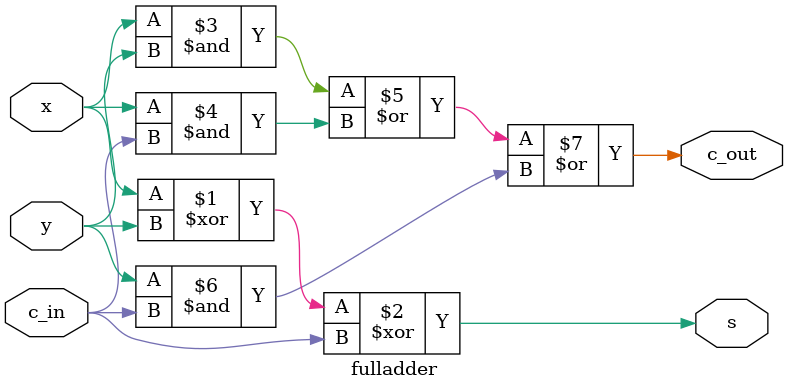
<source format=sv>
module ninebitadder(input logic [7:0] A, S,
						  input logic W,
						  output logic [8:0] XA);

	logic c0, c1, c2, c3, c4, c5, c6, c7;
	// x,y=input z=cin s=sum c=cout
	logic[7:0] S2;
	logic temp1, temp2;
	
	always_comb
	begin
	temp1=A[7];
	
	S2=(S^{8{W}}); 
	temp2=S2[7];
	end
	
	fulladder fa0 (.x(A[0]), .y(S2[0]), .c_in( W), .s(XA[0]), .c_out(c0));
	fulladder fa1 (.x(A[1]), .y(S2[1]), .c_in(c0), .s(XA[1]), .c_out(c1));
	fulladder fa2 (.x(A[2]), .y(S2[2]), .c_in(c1), .s(XA[2]), .c_out(c2));
	fulladder fa3 (.x(A[3]), .y(S2[3]), .c_in(c2), .s(XA[3]), .c_out(c3));
	fulladder fa4 (.x(A[4]), .y(S2[4]), .c_in(c3), .s(XA[4]), .c_out(c4));
	fulladder fa5 (.x(A[5]), .y(S2[5]), .c_in(c4), .s(XA[5]), .c_out(c5));
	fulladder fa6 (.x(A[6]), .y(S2[6]), .c_in(c5), .s(XA[6]), .c_out(c6));
	fulladder fa7 (.x(A[7]), .y(S2[7]), .c_in(c6), .s(XA[7]), .c_out(c7));
	fulladder fa8 (.x(temp1), .y(temp2), .c_in(c7), .s(XA[8]), .c_out());
	
endmodule


module fulladder(input logic x, y, c_in,
					  output logic s, c_out);
	assign s=x^y^c_in;
	assign c_out=(x&y)|(x&c_in)|(y&c_in);
endmodule

</source>
